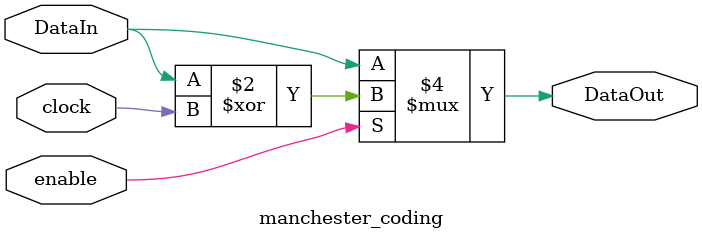
<source format=v>
`timescale 1ns / 1ps


module manchester_coding (
    input DataIn,
    input clock,
    input enable,
    output reg DataOut
);

    always @(*) begin
    	if(enable)
    		DataOut = DataIn ^ clock;
    	else
    		DataOut = DataIn;
    end
endmodule

</source>
